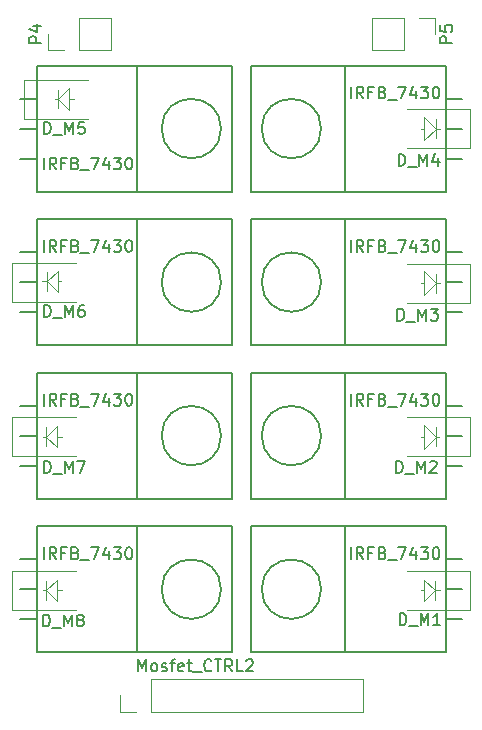
<source format=gbr>
G04 #@! TF.FileFunction,Legend,Top*
%FSLAX46Y46*%
G04 Gerber Fmt 4.6, Leading zero omitted, Abs format (unit mm)*
G04 Created by KiCad (PCBNEW 4.0.4-stable) date 08/22/17 11:56:14*
%MOMM*%
%LPD*%
G01*
G04 APERTURE LIST*
%ADD10C,0.100000*%
%ADD11C,0.150000*%
%ADD12C,0.120000*%
G04 APERTURE END LIST*
D10*
X171400000Y-119100000D02*
X171800000Y-119100000D01*
X170500000Y-119100000D02*
X170200000Y-119100000D01*
X138500000Y-118300000D02*
X138500000Y-119900000D01*
X138500000Y-105300000D02*
X138500000Y-106900000D01*
X171500000Y-79200000D02*
X171500000Y-80800000D01*
X170500000Y-80000000D02*
X170200000Y-80000000D01*
X171500000Y-80000000D02*
X171800000Y-80000000D01*
X170500000Y-81000000D02*
X171500000Y-80000000D01*
X170500000Y-79000000D02*
X170500000Y-81000000D01*
X171500000Y-80000000D02*
X170500000Y-79000000D01*
X171500000Y-92300000D02*
X171500000Y-93900000D01*
X170500000Y-93100000D02*
X170200000Y-93100000D01*
X171500000Y-93100000D02*
X171800000Y-93100000D01*
X170500000Y-94100000D02*
X171500000Y-93100000D01*
X170500000Y-92100000D02*
X170500000Y-94100000D01*
X171500000Y-93100000D02*
X170500000Y-92100000D01*
X171500000Y-106100000D02*
X171500000Y-106900000D01*
X171500000Y-105300000D02*
X171500000Y-106100000D01*
X171500000Y-106100000D02*
X171500000Y-105300000D01*
X170500000Y-106100000D02*
X170200000Y-106100000D01*
X171500000Y-106100000D02*
X171700000Y-106100000D01*
X170500000Y-107100000D02*
X171500000Y-106100000D01*
X170500000Y-105100000D02*
X170500000Y-107100000D01*
X171500000Y-106100000D02*
X170500000Y-105100000D01*
X171400000Y-119900000D02*
X171400000Y-118300000D01*
X172300000Y-119600000D02*
X172300000Y-119200000D01*
X172300000Y-120800000D02*
X172300000Y-119600000D01*
X172300000Y-120500000D02*
X172300000Y-120800000D01*
X170500000Y-118200000D02*
X171400000Y-119100000D01*
X170500000Y-120000000D02*
X170500000Y-118200000D01*
X171400000Y-119100000D02*
X170500000Y-120000000D01*
X139500000Y-77500000D02*
X139500000Y-78300000D01*
X139500000Y-77500000D02*
X139500000Y-76700000D01*
X140400000Y-77500000D02*
X140800000Y-77500000D01*
X139500000Y-77500000D02*
X139200000Y-77500000D01*
X140400000Y-78400000D02*
X139500000Y-77500000D01*
X140400000Y-76600000D02*
X140400000Y-78400000D01*
X139500000Y-77500000D02*
X140400000Y-76600000D01*
X139800000Y-119100000D02*
X139400000Y-119100000D01*
X138500000Y-119100000D02*
X138200000Y-119100000D01*
X139400000Y-120000000D02*
X138500000Y-119100000D01*
X139400000Y-118200000D02*
X139400000Y-120000000D01*
X138500000Y-119100000D02*
X139400000Y-118200000D01*
X139400000Y-106100000D02*
X139800000Y-106100000D01*
X138500000Y-106100000D02*
X138200000Y-106100000D01*
X139400000Y-107000000D02*
X138500000Y-106100000D01*
X139400000Y-105200000D02*
X139400000Y-107000000D01*
X138500000Y-106100000D02*
X139400000Y-105200000D01*
X138550000Y-92150000D02*
X138550000Y-93750000D01*
X138550000Y-93750000D02*
X138550000Y-92950000D01*
X138550000Y-92950000D02*
X139450000Y-92050000D01*
X139450000Y-92050000D02*
X139450000Y-93750000D01*
X138550000Y-92950000D02*
X139450000Y-93850000D01*
X139450000Y-93850000D02*
X139450000Y-93750000D01*
X138550000Y-92950000D02*
X138350000Y-92950000D01*
X138350000Y-92950000D02*
X138150000Y-92950000D01*
X139450000Y-92950000D02*
X139750000Y-92950000D01*
X139450000Y-92950000D02*
X139750000Y-92950000D01*
X138350000Y-92950000D02*
X138150000Y-92950000D01*
X138550000Y-92950000D02*
X138350000Y-92950000D01*
X139450000Y-93850000D02*
X139450000Y-93750000D01*
X138550000Y-92950000D02*
X139450000Y-93850000D01*
X139450000Y-92050000D02*
X139450000Y-93750000D01*
X138550000Y-92950000D02*
X139450000Y-92050000D01*
X138550000Y-93750000D02*
X138550000Y-92950000D01*
X138550000Y-92150000D02*
X138550000Y-93750000D01*
D11*
X172317000Y-82540000D02*
X173714000Y-82540000D01*
X172317000Y-80000000D02*
X173714000Y-80000000D01*
X172317000Y-77460000D02*
X173714000Y-77460000D01*
X161750472Y-80000000D02*
G75*
G03X161750472Y-80000000I-2514472J0D01*
G01*
X163808000Y-74666000D02*
X155807000Y-74666000D01*
X155807000Y-74666000D02*
X155807000Y-85334000D01*
X155807000Y-85334000D02*
X163808000Y-85334000D01*
X172317000Y-74666000D02*
X163808000Y-74666000D01*
X163808000Y-74666000D02*
X163808000Y-85334000D01*
X163808000Y-85334000D02*
X172317000Y-85334000D01*
X172317000Y-80000000D02*
X172317000Y-85334000D01*
X172317000Y-80000000D02*
X172317000Y-74666000D01*
X137683000Y-77460000D02*
X136286000Y-77460000D01*
X137683000Y-80000000D02*
X136286000Y-80000000D01*
X137683000Y-82540000D02*
X136286000Y-82540000D01*
X153278472Y-80000000D02*
G75*
G03X153278472Y-80000000I-2514472J0D01*
G01*
X146192000Y-85334000D02*
X154193000Y-85334000D01*
X154193000Y-85334000D02*
X154193000Y-74666000D01*
X154193000Y-74666000D02*
X146192000Y-74666000D01*
X137683000Y-85334000D02*
X146192000Y-85334000D01*
X146192000Y-85334000D02*
X146192000Y-74666000D01*
X146192000Y-74666000D02*
X137683000Y-74666000D01*
X137683000Y-80000000D02*
X137683000Y-74666000D01*
X137683000Y-80000000D02*
X137683000Y-85334000D01*
D12*
X141270000Y-73390000D02*
X143930000Y-73390000D01*
X143930000Y-73390000D02*
X143930000Y-70610000D01*
X143930000Y-70610000D02*
X141270000Y-70610000D01*
X141270000Y-70610000D02*
X141270000Y-73390000D01*
X140000000Y-73390000D02*
X138610000Y-73390000D01*
X138610000Y-73390000D02*
X138610000Y-72000000D01*
X168730000Y-70610000D02*
X166070000Y-70610000D01*
X166070000Y-70610000D02*
X166070000Y-73390000D01*
X166070000Y-73390000D02*
X168730000Y-73390000D01*
X168730000Y-73390000D02*
X168730000Y-70610000D01*
X170000000Y-70610000D02*
X171390000Y-70610000D01*
X171390000Y-70610000D02*
X171390000Y-72000000D01*
D11*
X172317000Y-121540000D02*
X173714000Y-121540000D01*
X172317000Y-119000000D02*
X173714000Y-119000000D01*
X172317000Y-116460000D02*
X173714000Y-116460000D01*
X161750472Y-119000000D02*
G75*
G03X161750472Y-119000000I-2514472J0D01*
G01*
X163808000Y-113666000D02*
X155807000Y-113666000D01*
X155807000Y-113666000D02*
X155807000Y-124334000D01*
X155807000Y-124334000D02*
X163808000Y-124334000D01*
X172317000Y-113666000D02*
X163808000Y-113666000D01*
X163808000Y-113666000D02*
X163808000Y-124334000D01*
X163808000Y-124334000D02*
X172317000Y-124334000D01*
X172317000Y-119000000D02*
X172317000Y-124334000D01*
X172317000Y-119000000D02*
X172317000Y-113666000D01*
X172317000Y-108540000D02*
X173714000Y-108540000D01*
X172317000Y-106000000D02*
X173714000Y-106000000D01*
X172317000Y-103460000D02*
X173714000Y-103460000D01*
X161750472Y-106000000D02*
G75*
G03X161750472Y-106000000I-2514472J0D01*
G01*
X163808000Y-100666000D02*
X155807000Y-100666000D01*
X155807000Y-100666000D02*
X155807000Y-111334000D01*
X155807000Y-111334000D02*
X163808000Y-111334000D01*
X172317000Y-100666000D02*
X163808000Y-100666000D01*
X163808000Y-100666000D02*
X163808000Y-111334000D01*
X163808000Y-111334000D02*
X172317000Y-111334000D01*
X172317000Y-106000000D02*
X172317000Y-111334000D01*
X172317000Y-106000000D02*
X172317000Y-100666000D01*
X172317000Y-95540000D02*
X173714000Y-95540000D01*
X172317000Y-93000000D02*
X173714000Y-93000000D01*
X172317000Y-90460000D02*
X173714000Y-90460000D01*
X161750472Y-93000000D02*
G75*
G03X161750472Y-93000000I-2514472J0D01*
G01*
X163808000Y-87666000D02*
X155807000Y-87666000D01*
X155807000Y-87666000D02*
X155807000Y-98334000D01*
X155807000Y-98334000D02*
X163808000Y-98334000D01*
X172317000Y-87666000D02*
X163808000Y-87666000D01*
X163808000Y-87666000D02*
X163808000Y-98334000D01*
X163808000Y-98334000D02*
X172317000Y-98334000D01*
X172317000Y-93000000D02*
X172317000Y-98334000D01*
X172317000Y-93000000D02*
X172317000Y-87666000D01*
X137683000Y-90460000D02*
X136286000Y-90460000D01*
X137683000Y-93000000D02*
X136286000Y-93000000D01*
X137683000Y-95540000D02*
X136286000Y-95540000D01*
X153278472Y-93000000D02*
G75*
G03X153278472Y-93000000I-2514472J0D01*
G01*
X146192000Y-98334000D02*
X154193000Y-98334000D01*
X154193000Y-98334000D02*
X154193000Y-87666000D01*
X154193000Y-87666000D02*
X146192000Y-87666000D01*
X137683000Y-98334000D02*
X146192000Y-98334000D01*
X146192000Y-98334000D02*
X146192000Y-87666000D01*
X146192000Y-87666000D02*
X137683000Y-87666000D01*
X137683000Y-93000000D02*
X137683000Y-87666000D01*
X137683000Y-93000000D02*
X137683000Y-98334000D01*
X137683000Y-103460000D02*
X136286000Y-103460000D01*
X137683000Y-106000000D02*
X136286000Y-106000000D01*
X137683000Y-108540000D02*
X136286000Y-108540000D01*
X153278472Y-106000000D02*
G75*
G03X153278472Y-106000000I-2514472J0D01*
G01*
X146192000Y-111334000D02*
X154193000Y-111334000D01*
X154193000Y-111334000D02*
X154193000Y-100666000D01*
X154193000Y-100666000D02*
X146192000Y-100666000D01*
X137683000Y-111334000D02*
X146192000Y-111334000D01*
X146192000Y-111334000D02*
X146192000Y-100666000D01*
X146192000Y-100666000D02*
X137683000Y-100666000D01*
X137683000Y-106000000D02*
X137683000Y-100666000D01*
X137683000Y-106000000D02*
X137683000Y-111334000D01*
X137683000Y-116460000D02*
X136286000Y-116460000D01*
X137683000Y-119000000D02*
X136286000Y-119000000D01*
X137683000Y-121540000D02*
X136286000Y-121540000D01*
X153278472Y-119000000D02*
G75*
G03X153278472Y-119000000I-2514472J0D01*
G01*
X146192000Y-124334000D02*
X154193000Y-124334000D01*
X154193000Y-124334000D02*
X154193000Y-113666000D01*
X154193000Y-113666000D02*
X146192000Y-113666000D01*
X137683000Y-124334000D02*
X146192000Y-124334000D01*
X146192000Y-124334000D02*
X146192000Y-113666000D01*
X146192000Y-113666000D02*
X137683000Y-113666000D01*
X137683000Y-119000000D02*
X137683000Y-113666000D01*
X137683000Y-119000000D02*
X137683000Y-124334000D01*
D12*
X147370000Y-129390000D02*
X165270000Y-129390000D01*
X165270000Y-129390000D02*
X165270000Y-126610000D01*
X165270000Y-126610000D02*
X147370000Y-126610000D01*
X147370000Y-126610000D02*
X147370000Y-129390000D01*
X146100000Y-129390000D02*
X144710000Y-129390000D01*
X144710000Y-129390000D02*
X144710000Y-128000000D01*
X174400000Y-120750000D02*
X174400000Y-117450000D01*
X174400000Y-117450000D02*
X169000000Y-117450000D01*
X174400000Y-120750000D02*
X169000000Y-120750000D01*
X174400000Y-107750000D02*
X174400000Y-104450000D01*
X174400000Y-104450000D02*
X169000000Y-104450000D01*
X174400000Y-107750000D02*
X169000000Y-107750000D01*
X174400000Y-94750000D02*
X174400000Y-91450000D01*
X174400000Y-91450000D02*
X169000000Y-91450000D01*
X174400000Y-94750000D02*
X169000000Y-94750000D01*
X174400000Y-81650000D02*
X174400000Y-78350000D01*
X174400000Y-78350000D02*
X169000000Y-78350000D01*
X174400000Y-81650000D02*
X169000000Y-81650000D01*
X136600000Y-75850000D02*
X136600000Y-79150000D01*
X136600000Y-79150000D02*
X142000000Y-79150000D01*
X136600000Y-75850000D02*
X142000000Y-75850000D01*
X135600000Y-91350000D02*
X135600000Y-94650000D01*
X135600000Y-94650000D02*
X141000000Y-94650000D01*
X135600000Y-91350000D02*
X141000000Y-91350000D01*
X135600000Y-104450000D02*
X135600000Y-107750000D01*
X135600000Y-107750000D02*
X141000000Y-107750000D01*
X135600000Y-104450000D02*
X141000000Y-104450000D01*
X135600000Y-117450000D02*
X135600000Y-120750000D01*
X135600000Y-120750000D02*
X141000000Y-120750000D01*
X135600000Y-117450000D02*
X141000000Y-117450000D01*
D11*
X164285714Y-77452381D02*
X164285714Y-76452381D01*
X165333333Y-77452381D02*
X164999999Y-76976190D01*
X164761904Y-77452381D02*
X164761904Y-76452381D01*
X165142857Y-76452381D01*
X165238095Y-76500000D01*
X165285714Y-76547619D01*
X165333333Y-76642857D01*
X165333333Y-76785714D01*
X165285714Y-76880952D01*
X165238095Y-76928571D01*
X165142857Y-76976190D01*
X164761904Y-76976190D01*
X166095238Y-76928571D02*
X165761904Y-76928571D01*
X165761904Y-77452381D02*
X165761904Y-76452381D01*
X166238095Y-76452381D01*
X166952381Y-76928571D02*
X167095238Y-76976190D01*
X167142857Y-77023810D01*
X167190476Y-77119048D01*
X167190476Y-77261905D01*
X167142857Y-77357143D01*
X167095238Y-77404762D01*
X167000000Y-77452381D01*
X166619047Y-77452381D01*
X166619047Y-76452381D01*
X166952381Y-76452381D01*
X167047619Y-76500000D01*
X167095238Y-76547619D01*
X167142857Y-76642857D01*
X167142857Y-76738095D01*
X167095238Y-76833333D01*
X167047619Y-76880952D01*
X166952381Y-76928571D01*
X166619047Y-76928571D01*
X167380952Y-77547619D02*
X168142857Y-77547619D01*
X168285714Y-76452381D02*
X168952381Y-76452381D01*
X168523809Y-77452381D01*
X169761905Y-76785714D02*
X169761905Y-77452381D01*
X169523809Y-76404762D02*
X169285714Y-77119048D01*
X169904762Y-77119048D01*
X170190476Y-76452381D02*
X170809524Y-76452381D01*
X170476190Y-76833333D01*
X170619048Y-76833333D01*
X170714286Y-76880952D01*
X170761905Y-76928571D01*
X170809524Y-77023810D01*
X170809524Y-77261905D01*
X170761905Y-77357143D01*
X170714286Y-77404762D01*
X170619048Y-77452381D01*
X170333333Y-77452381D01*
X170238095Y-77404762D01*
X170190476Y-77357143D01*
X171428571Y-76452381D02*
X171523810Y-76452381D01*
X171619048Y-76500000D01*
X171666667Y-76547619D01*
X171714286Y-76642857D01*
X171761905Y-76833333D01*
X171761905Y-77071429D01*
X171714286Y-77261905D01*
X171666667Y-77357143D01*
X171619048Y-77404762D01*
X171523810Y-77452381D01*
X171428571Y-77452381D01*
X171333333Y-77404762D01*
X171285714Y-77357143D01*
X171238095Y-77261905D01*
X171190476Y-77071429D01*
X171190476Y-76833333D01*
X171238095Y-76642857D01*
X171285714Y-76547619D01*
X171333333Y-76500000D01*
X171428571Y-76452381D01*
X138285714Y-83452381D02*
X138285714Y-82452381D01*
X139333333Y-83452381D02*
X138999999Y-82976190D01*
X138761904Y-83452381D02*
X138761904Y-82452381D01*
X139142857Y-82452381D01*
X139238095Y-82500000D01*
X139285714Y-82547619D01*
X139333333Y-82642857D01*
X139333333Y-82785714D01*
X139285714Y-82880952D01*
X139238095Y-82928571D01*
X139142857Y-82976190D01*
X138761904Y-82976190D01*
X140095238Y-82928571D02*
X139761904Y-82928571D01*
X139761904Y-83452381D02*
X139761904Y-82452381D01*
X140238095Y-82452381D01*
X140952381Y-82928571D02*
X141095238Y-82976190D01*
X141142857Y-83023810D01*
X141190476Y-83119048D01*
X141190476Y-83261905D01*
X141142857Y-83357143D01*
X141095238Y-83404762D01*
X141000000Y-83452381D01*
X140619047Y-83452381D01*
X140619047Y-82452381D01*
X140952381Y-82452381D01*
X141047619Y-82500000D01*
X141095238Y-82547619D01*
X141142857Y-82642857D01*
X141142857Y-82738095D01*
X141095238Y-82833333D01*
X141047619Y-82880952D01*
X140952381Y-82928571D01*
X140619047Y-82928571D01*
X141380952Y-83547619D02*
X142142857Y-83547619D01*
X142285714Y-82452381D02*
X142952381Y-82452381D01*
X142523809Y-83452381D01*
X143761905Y-82785714D02*
X143761905Y-83452381D01*
X143523809Y-82404762D02*
X143285714Y-83119048D01*
X143904762Y-83119048D01*
X144190476Y-82452381D02*
X144809524Y-82452381D01*
X144476190Y-82833333D01*
X144619048Y-82833333D01*
X144714286Y-82880952D01*
X144761905Y-82928571D01*
X144809524Y-83023810D01*
X144809524Y-83261905D01*
X144761905Y-83357143D01*
X144714286Y-83404762D01*
X144619048Y-83452381D01*
X144333333Y-83452381D01*
X144238095Y-83404762D01*
X144190476Y-83357143D01*
X145428571Y-82452381D02*
X145523810Y-82452381D01*
X145619048Y-82500000D01*
X145666667Y-82547619D01*
X145714286Y-82642857D01*
X145761905Y-82833333D01*
X145761905Y-83071429D01*
X145714286Y-83261905D01*
X145666667Y-83357143D01*
X145619048Y-83404762D01*
X145523810Y-83452381D01*
X145428571Y-83452381D01*
X145333333Y-83404762D01*
X145285714Y-83357143D01*
X145238095Y-83261905D01*
X145190476Y-83071429D01*
X145190476Y-82833333D01*
X145238095Y-82642857D01*
X145285714Y-82547619D01*
X145333333Y-82500000D01*
X145428571Y-82452381D01*
X138062381Y-72738095D02*
X137062381Y-72738095D01*
X137062381Y-72357142D01*
X137110000Y-72261904D01*
X137157619Y-72214285D01*
X137252857Y-72166666D01*
X137395714Y-72166666D01*
X137490952Y-72214285D01*
X137538571Y-72261904D01*
X137586190Y-72357142D01*
X137586190Y-72738095D01*
X137395714Y-71309523D02*
X138062381Y-71309523D01*
X137014762Y-71547619D02*
X137729048Y-71785714D01*
X137729048Y-71166666D01*
X172842381Y-72738095D02*
X171842381Y-72738095D01*
X171842381Y-72357142D01*
X171890000Y-72261904D01*
X171937619Y-72214285D01*
X172032857Y-72166666D01*
X172175714Y-72166666D01*
X172270952Y-72214285D01*
X172318571Y-72261904D01*
X172366190Y-72357142D01*
X172366190Y-72738095D01*
X171842381Y-71261904D02*
X171842381Y-71738095D01*
X172318571Y-71785714D01*
X172270952Y-71738095D01*
X172223333Y-71642857D01*
X172223333Y-71404761D01*
X172270952Y-71309523D01*
X172318571Y-71261904D01*
X172413810Y-71214285D01*
X172651905Y-71214285D01*
X172747143Y-71261904D01*
X172794762Y-71309523D01*
X172842381Y-71404761D01*
X172842381Y-71642857D01*
X172794762Y-71738095D01*
X172747143Y-71785714D01*
X164285714Y-116452381D02*
X164285714Y-115452381D01*
X165333333Y-116452381D02*
X164999999Y-115976190D01*
X164761904Y-116452381D02*
X164761904Y-115452381D01*
X165142857Y-115452381D01*
X165238095Y-115500000D01*
X165285714Y-115547619D01*
X165333333Y-115642857D01*
X165333333Y-115785714D01*
X165285714Y-115880952D01*
X165238095Y-115928571D01*
X165142857Y-115976190D01*
X164761904Y-115976190D01*
X166095238Y-115928571D02*
X165761904Y-115928571D01*
X165761904Y-116452381D02*
X165761904Y-115452381D01*
X166238095Y-115452381D01*
X166952381Y-115928571D02*
X167095238Y-115976190D01*
X167142857Y-116023810D01*
X167190476Y-116119048D01*
X167190476Y-116261905D01*
X167142857Y-116357143D01*
X167095238Y-116404762D01*
X167000000Y-116452381D01*
X166619047Y-116452381D01*
X166619047Y-115452381D01*
X166952381Y-115452381D01*
X167047619Y-115500000D01*
X167095238Y-115547619D01*
X167142857Y-115642857D01*
X167142857Y-115738095D01*
X167095238Y-115833333D01*
X167047619Y-115880952D01*
X166952381Y-115928571D01*
X166619047Y-115928571D01*
X167380952Y-116547619D02*
X168142857Y-116547619D01*
X168285714Y-115452381D02*
X168952381Y-115452381D01*
X168523809Y-116452381D01*
X169761905Y-115785714D02*
X169761905Y-116452381D01*
X169523809Y-115404762D02*
X169285714Y-116119048D01*
X169904762Y-116119048D01*
X170190476Y-115452381D02*
X170809524Y-115452381D01*
X170476190Y-115833333D01*
X170619048Y-115833333D01*
X170714286Y-115880952D01*
X170761905Y-115928571D01*
X170809524Y-116023810D01*
X170809524Y-116261905D01*
X170761905Y-116357143D01*
X170714286Y-116404762D01*
X170619048Y-116452381D01*
X170333333Y-116452381D01*
X170238095Y-116404762D01*
X170190476Y-116357143D01*
X171428571Y-115452381D02*
X171523810Y-115452381D01*
X171619048Y-115500000D01*
X171666667Y-115547619D01*
X171714286Y-115642857D01*
X171761905Y-115833333D01*
X171761905Y-116071429D01*
X171714286Y-116261905D01*
X171666667Y-116357143D01*
X171619048Y-116404762D01*
X171523810Y-116452381D01*
X171428571Y-116452381D01*
X171333333Y-116404762D01*
X171285714Y-116357143D01*
X171238095Y-116261905D01*
X171190476Y-116071429D01*
X171190476Y-115833333D01*
X171238095Y-115642857D01*
X171285714Y-115547619D01*
X171333333Y-115500000D01*
X171428571Y-115452381D01*
X164285714Y-103452381D02*
X164285714Y-102452381D01*
X165333333Y-103452381D02*
X164999999Y-102976190D01*
X164761904Y-103452381D02*
X164761904Y-102452381D01*
X165142857Y-102452381D01*
X165238095Y-102500000D01*
X165285714Y-102547619D01*
X165333333Y-102642857D01*
X165333333Y-102785714D01*
X165285714Y-102880952D01*
X165238095Y-102928571D01*
X165142857Y-102976190D01*
X164761904Y-102976190D01*
X166095238Y-102928571D02*
X165761904Y-102928571D01*
X165761904Y-103452381D02*
X165761904Y-102452381D01*
X166238095Y-102452381D01*
X166952381Y-102928571D02*
X167095238Y-102976190D01*
X167142857Y-103023810D01*
X167190476Y-103119048D01*
X167190476Y-103261905D01*
X167142857Y-103357143D01*
X167095238Y-103404762D01*
X167000000Y-103452381D01*
X166619047Y-103452381D01*
X166619047Y-102452381D01*
X166952381Y-102452381D01*
X167047619Y-102500000D01*
X167095238Y-102547619D01*
X167142857Y-102642857D01*
X167142857Y-102738095D01*
X167095238Y-102833333D01*
X167047619Y-102880952D01*
X166952381Y-102928571D01*
X166619047Y-102928571D01*
X167380952Y-103547619D02*
X168142857Y-103547619D01*
X168285714Y-102452381D02*
X168952381Y-102452381D01*
X168523809Y-103452381D01*
X169761905Y-102785714D02*
X169761905Y-103452381D01*
X169523809Y-102404762D02*
X169285714Y-103119048D01*
X169904762Y-103119048D01*
X170190476Y-102452381D02*
X170809524Y-102452381D01*
X170476190Y-102833333D01*
X170619048Y-102833333D01*
X170714286Y-102880952D01*
X170761905Y-102928571D01*
X170809524Y-103023810D01*
X170809524Y-103261905D01*
X170761905Y-103357143D01*
X170714286Y-103404762D01*
X170619048Y-103452381D01*
X170333333Y-103452381D01*
X170238095Y-103404762D01*
X170190476Y-103357143D01*
X171428571Y-102452381D02*
X171523810Y-102452381D01*
X171619048Y-102500000D01*
X171666667Y-102547619D01*
X171714286Y-102642857D01*
X171761905Y-102833333D01*
X171761905Y-103071429D01*
X171714286Y-103261905D01*
X171666667Y-103357143D01*
X171619048Y-103404762D01*
X171523810Y-103452381D01*
X171428571Y-103452381D01*
X171333333Y-103404762D01*
X171285714Y-103357143D01*
X171238095Y-103261905D01*
X171190476Y-103071429D01*
X171190476Y-102833333D01*
X171238095Y-102642857D01*
X171285714Y-102547619D01*
X171333333Y-102500000D01*
X171428571Y-102452381D01*
X164285714Y-90452381D02*
X164285714Y-89452381D01*
X165333333Y-90452381D02*
X164999999Y-89976190D01*
X164761904Y-90452381D02*
X164761904Y-89452381D01*
X165142857Y-89452381D01*
X165238095Y-89500000D01*
X165285714Y-89547619D01*
X165333333Y-89642857D01*
X165333333Y-89785714D01*
X165285714Y-89880952D01*
X165238095Y-89928571D01*
X165142857Y-89976190D01*
X164761904Y-89976190D01*
X166095238Y-89928571D02*
X165761904Y-89928571D01*
X165761904Y-90452381D02*
X165761904Y-89452381D01*
X166238095Y-89452381D01*
X166952381Y-89928571D02*
X167095238Y-89976190D01*
X167142857Y-90023810D01*
X167190476Y-90119048D01*
X167190476Y-90261905D01*
X167142857Y-90357143D01*
X167095238Y-90404762D01*
X167000000Y-90452381D01*
X166619047Y-90452381D01*
X166619047Y-89452381D01*
X166952381Y-89452381D01*
X167047619Y-89500000D01*
X167095238Y-89547619D01*
X167142857Y-89642857D01*
X167142857Y-89738095D01*
X167095238Y-89833333D01*
X167047619Y-89880952D01*
X166952381Y-89928571D01*
X166619047Y-89928571D01*
X167380952Y-90547619D02*
X168142857Y-90547619D01*
X168285714Y-89452381D02*
X168952381Y-89452381D01*
X168523809Y-90452381D01*
X169761905Y-89785714D02*
X169761905Y-90452381D01*
X169523809Y-89404762D02*
X169285714Y-90119048D01*
X169904762Y-90119048D01*
X170190476Y-89452381D02*
X170809524Y-89452381D01*
X170476190Y-89833333D01*
X170619048Y-89833333D01*
X170714286Y-89880952D01*
X170761905Y-89928571D01*
X170809524Y-90023810D01*
X170809524Y-90261905D01*
X170761905Y-90357143D01*
X170714286Y-90404762D01*
X170619048Y-90452381D01*
X170333333Y-90452381D01*
X170238095Y-90404762D01*
X170190476Y-90357143D01*
X171428571Y-89452381D02*
X171523810Y-89452381D01*
X171619048Y-89500000D01*
X171666667Y-89547619D01*
X171714286Y-89642857D01*
X171761905Y-89833333D01*
X171761905Y-90071429D01*
X171714286Y-90261905D01*
X171666667Y-90357143D01*
X171619048Y-90404762D01*
X171523810Y-90452381D01*
X171428571Y-90452381D01*
X171333333Y-90404762D01*
X171285714Y-90357143D01*
X171238095Y-90261905D01*
X171190476Y-90071429D01*
X171190476Y-89833333D01*
X171238095Y-89642857D01*
X171285714Y-89547619D01*
X171333333Y-89500000D01*
X171428571Y-89452381D01*
X138285714Y-90452381D02*
X138285714Y-89452381D01*
X139333333Y-90452381D02*
X138999999Y-89976190D01*
X138761904Y-90452381D02*
X138761904Y-89452381D01*
X139142857Y-89452381D01*
X139238095Y-89500000D01*
X139285714Y-89547619D01*
X139333333Y-89642857D01*
X139333333Y-89785714D01*
X139285714Y-89880952D01*
X139238095Y-89928571D01*
X139142857Y-89976190D01*
X138761904Y-89976190D01*
X140095238Y-89928571D02*
X139761904Y-89928571D01*
X139761904Y-90452381D02*
X139761904Y-89452381D01*
X140238095Y-89452381D01*
X140952381Y-89928571D02*
X141095238Y-89976190D01*
X141142857Y-90023810D01*
X141190476Y-90119048D01*
X141190476Y-90261905D01*
X141142857Y-90357143D01*
X141095238Y-90404762D01*
X141000000Y-90452381D01*
X140619047Y-90452381D01*
X140619047Y-89452381D01*
X140952381Y-89452381D01*
X141047619Y-89500000D01*
X141095238Y-89547619D01*
X141142857Y-89642857D01*
X141142857Y-89738095D01*
X141095238Y-89833333D01*
X141047619Y-89880952D01*
X140952381Y-89928571D01*
X140619047Y-89928571D01*
X141380952Y-90547619D02*
X142142857Y-90547619D01*
X142285714Y-89452381D02*
X142952381Y-89452381D01*
X142523809Y-90452381D01*
X143761905Y-89785714D02*
X143761905Y-90452381D01*
X143523809Y-89404762D02*
X143285714Y-90119048D01*
X143904762Y-90119048D01*
X144190476Y-89452381D02*
X144809524Y-89452381D01*
X144476190Y-89833333D01*
X144619048Y-89833333D01*
X144714286Y-89880952D01*
X144761905Y-89928571D01*
X144809524Y-90023810D01*
X144809524Y-90261905D01*
X144761905Y-90357143D01*
X144714286Y-90404762D01*
X144619048Y-90452381D01*
X144333333Y-90452381D01*
X144238095Y-90404762D01*
X144190476Y-90357143D01*
X145428571Y-89452381D02*
X145523810Y-89452381D01*
X145619048Y-89500000D01*
X145666667Y-89547619D01*
X145714286Y-89642857D01*
X145761905Y-89833333D01*
X145761905Y-90071429D01*
X145714286Y-90261905D01*
X145666667Y-90357143D01*
X145619048Y-90404762D01*
X145523810Y-90452381D01*
X145428571Y-90452381D01*
X145333333Y-90404762D01*
X145285714Y-90357143D01*
X145238095Y-90261905D01*
X145190476Y-90071429D01*
X145190476Y-89833333D01*
X145238095Y-89642857D01*
X145285714Y-89547619D01*
X145333333Y-89500000D01*
X145428571Y-89452381D01*
X138285714Y-103452381D02*
X138285714Y-102452381D01*
X139333333Y-103452381D02*
X138999999Y-102976190D01*
X138761904Y-103452381D02*
X138761904Y-102452381D01*
X139142857Y-102452381D01*
X139238095Y-102500000D01*
X139285714Y-102547619D01*
X139333333Y-102642857D01*
X139333333Y-102785714D01*
X139285714Y-102880952D01*
X139238095Y-102928571D01*
X139142857Y-102976190D01*
X138761904Y-102976190D01*
X140095238Y-102928571D02*
X139761904Y-102928571D01*
X139761904Y-103452381D02*
X139761904Y-102452381D01*
X140238095Y-102452381D01*
X140952381Y-102928571D02*
X141095238Y-102976190D01*
X141142857Y-103023810D01*
X141190476Y-103119048D01*
X141190476Y-103261905D01*
X141142857Y-103357143D01*
X141095238Y-103404762D01*
X141000000Y-103452381D01*
X140619047Y-103452381D01*
X140619047Y-102452381D01*
X140952381Y-102452381D01*
X141047619Y-102500000D01*
X141095238Y-102547619D01*
X141142857Y-102642857D01*
X141142857Y-102738095D01*
X141095238Y-102833333D01*
X141047619Y-102880952D01*
X140952381Y-102928571D01*
X140619047Y-102928571D01*
X141380952Y-103547619D02*
X142142857Y-103547619D01*
X142285714Y-102452381D02*
X142952381Y-102452381D01*
X142523809Y-103452381D01*
X143761905Y-102785714D02*
X143761905Y-103452381D01*
X143523809Y-102404762D02*
X143285714Y-103119048D01*
X143904762Y-103119048D01*
X144190476Y-102452381D02*
X144809524Y-102452381D01*
X144476190Y-102833333D01*
X144619048Y-102833333D01*
X144714286Y-102880952D01*
X144761905Y-102928571D01*
X144809524Y-103023810D01*
X144809524Y-103261905D01*
X144761905Y-103357143D01*
X144714286Y-103404762D01*
X144619048Y-103452381D01*
X144333333Y-103452381D01*
X144238095Y-103404762D01*
X144190476Y-103357143D01*
X145428571Y-102452381D02*
X145523810Y-102452381D01*
X145619048Y-102500000D01*
X145666667Y-102547619D01*
X145714286Y-102642857D01*
X145761905Y-102833333D01*
X145761905Y-103071429D01*
X145714286Y-103261905D01*
X145666667Y-103357143D01*
X145619048Y-103404762D01*
X145523810Y-103452381D01*
X145428571Y-103452381D01*
X145333333Y-103404762D01*
X145285714Y-103357143D01*
X145238095Y-103261905D01*
X145190476Y-103071429D01*
X145190476Y-102833333D01*
X145238095Y-102642857D01*
X145285714Y-102547619D01*
X145333333Y-102500000D01*
X145428571Y-102452381D01*
X138285714Y-116452381D02*
X138285714Y-115452381D01*
X139333333Y-116452381D02*
X138999999Y-115976190D01*
X138761904Y-116452381D02*
X138761904Y-115452381D01*
X139142857Y-115452381D01*
X139238095Y-115500000D01*
X139285714Y-115547619D01*
X139333333Y-115642857D01*
X139333333Y-115785714D01*
X139285714Y-115880952D01*
X139238095Y-115928571D01*
X139142857Y-115976190D01*
X138761904Y-115976190D01*
X140095238Y-115928571D02*
X139761904Y-115928571D01*
X139761904Y-116452381D02*
X139761904Y-115452381D01*
X140238095Y-115452381D01*
X140952381Y-115928571D02*
X141095238Y-115976190D01*
X141142857Y-116023810D01*
X141190476Y-116119048D01*
X141190476Y-116261905D01*
X141142857Y-116357143D01*
X141095238Y-116404762D01*
X141000000Y-116452381D01*
X140619047Y-116452381D01*
X140619047Y-115452381D01*
X140952381Y-115452381D01*
X141047619Y-115500000D01*
X141095238Y-115547619D01*
X141142857Y-115642857D01*
X141142857Y-115738095D01*
X141095238Y-115833333D01*
X141047619Y-115880952D01*
X140952381Y-115928571D01*
X140619047Y-115928571D01*
X141380952Y-116547619D02*
X142142857Y-116547619D01*
X142285714Y-115452381D02*
X142952381Y-115452381D01*
X142523809Y-116452381D01*
X143761905Y-115785714D02*
X143761905Y-116452381D01*
X143523809Y-115404762D02*
X143285714Y-116119048D01*
X143904762Y-116119048D01*
X144190476Y-115452381D02*
X144809524Y-115452381D01*
X144476190Y-115833333D01*
X144619048Y-115833333D01*
X144714286Y-115880952D01*
X144761905Y-115928571D01*
X144809524Y-116023810D01*
X144809524Y-116261905D01*
X144761905Y-116357143D01*
X144714286Y-116404762D01*
X144619048Y-116452381D01*
X144333333Y-116452381D01*
X144238095Y-116404762D01*
X144190476Y-116357143D01*
X145428571Y-115452381D02*
X145523810Y-115452381D01*
X145619048Y-115500000D01*
X145666667Y-115547619D01*
X145714286Y-115642857D01*
X145761905Y-115833333D01*
X145761905Y-116071429D01*
X145714286Y-116261905D01*
X145666667Y-116357143D01*
X145619048Y-116404762D01*
X145523810Y-116452381D01*
X145428571Y-116452381D01*
X145333333Y-116404762D01*
X145285714Y-116357143D01*
X145238095Y-116261905D01*
X145190476Y-116071429D01*
X145190476Y-115833333D01*
X145238095Y-115642857D01*
X145285714Y-115547619D01*
X145333333Y-115500000D01*
X145428571Y-115452381D01*
X146266666Y-125952381D02*
X146266666Y-124952381D01*
X146600000Y-125666667D01*
X146933333Y-124952381D01*
X146933333Y-125952381D01*
X147552380Y-125952381D02*
X147457142Y-125904762D01*
X147409523Y-125857143D01*
X147361904Y-125761905D01*
X147361904Y-125476190D01*
X147409523Y-125380952D01*
X147457142Y-125333333D01*
X147552380Y-125285714D01*
X147695238Y-125285714D01*
X147790476Y-125333333D01*
X147838095Y-125380952D01*
X147885714Y-125476190D01*
X147885714Y-125761905D01*
X147838095Y-125857143D01*
X147790476Y-125904762D01*
X147695238Y-125952381D01*
X147552380Y-125952381D01*
X148266666Y-125904762D02*
X148361904Y-125952381D01*
X148552380Y-125952381D01*
X148647619Y-125904762D01*
X148695238Y-125809524D01*
X148695238Y-125761905D01*
X148647619Y-125666667D01*
X148552380Y-125619048D01*
X148409523Y-125619048D01*
X148314285Y-125571429D01*
X148266666Y-125476190D01*
X148266666Y-125428571D01*
X148314285Y-125333333D01*
X148409523Y-125285714D01*
X148552380Y-125285714D01*
X148647619Y-125333333D01*
X148980952Y-125285714D02*
X149361904Y-125285714D01*
X149123809Y-125952381D02*
X149123809Y-125095238D01*
X149171428Y-125000000D01*
X149266666Y-124952381D01*
X149361904Y-124952381D01*
X150076191Y-125904762D02*
X149980953Y-125952381D01*
X149790476Y-125952381D01*
X149695238Y-125904762D01*
X149647619Y-125809524D01*
X149647619Y-125428571D01*
X149695238Y-125333333D01*
X149790476Y-125285714D01*
X149980953Y-125285714D01*
X150076191Y-125333333D01*
X150123810Y-125428571D01*
X150123810Y-125523810D01*
X149647619Y-125619048D01*
X150409524Y-125285714D02*
X150790476Y-125285714D01*
X150552381Y-124952381D02*
X150552381Y-125809524D01*
X150600000Y-125904762D01*
X150695238Y-125952381D01*
X150790476Y-125952381D01*
X150885715Y-126047619D02*
X151647620Y-126047619D01*
X152457144Y-125857143D02*
X152409525Y-125904762D01*
X152266668Y-125952381D01*
X152171430Y-125952381D01*
X152028572Y-125904762D01*
X151933334Y-125809524D01*
X151885715Y-125714286D01*
X151838096Y-125523810D01*
X151838096Y-125380952D01*
X151885715Y-125190476D01*
X151933334Y-125095238D01*
X152028572Y-125000000D01*
X152171430Y-124952381D01*
X152266668Y-124952381D01*
X152409525Y-125000000D01*
X152457144Y-125047619D01*
X152742858Y-124952381D02*
X153314287Y-124952381D01*
X153028572Y-125952381D02*
X153028572Y-124952381D01*
X154219049Y-125952381D02*
X153885715Y-125476190D01*
X153647620Y-125952381D02*
X153647620Y-124952381D01*
X154028573Y-124952381D01*
X154123811Y-125000000D01*
X154171430Y-125047619D01*
X154219049Y-125142857D01*
X154219049Y-125285714D01*
X154171430Y-125380952D01*
X154123811Y-125428571D01*
X154028573Y-125476190D01*
X153647620Y-125476190D01*
X155123811Y-125952381D02*
X154647620Y-125952381D01*
X154647620Y-124952381D01*
X155409525Y-125047619D02*
X155457144Y-125000000D01*
X155552382Y-124952381D01*
X155790478Y-124952381D01*
X155885716Y-125000000D01*
X155933335Y-125047619D01*
X155980954Y-125142857D01*
X155980954Y-125238095D01*
X155933335Y-125380952D01*
X155361906Y-125952381D01*
X155980954Y-125952381D01*
X168409524Y-122052381D02*
X168409524Y-121052381D01*
X168647619Y-121052381D01*
X168790477Y-121100000D01*
X168885715Y-121195238D01*
X168933334Y-121290476D01*
X168980953Y-121480952D01*
X168980953Y-121623810D01*
X168933334Y-121814286D01*
X168885715Y-121909524D01*
X168790477Y-122004762D01*
X168647619Y-122052381D01*
X168409524Y-122052381D01*
X169171429Y-122147619D02*
X169933334Y-122147619D01*
X170171429Y-122052381D02*
X170171429Y-121052381D01*
X170504763Y-121766667D01*
X170838096Y-121052381D01*
X170838096Y-122052381D01*
X171838096Y-122052381D02*
X171266667Y-122052381D01*
X171552381Y-122052381D02*
X171552381Y-121052381D01*
X171457143Y-121195238D01*
X171361905Y-121290476D01*
X171266667Y-121338095D01*
X168109524Y-109152381D02*
X168109524Y-108152381D01*
X168347619Y-108152381D01*
X168490477Y-108200000D01*
X168585715Y-108295238D01*
X168633334Y-108390476D01*
X168680953Y-108580952D01*
X168680953Y-108723810D01*
X168633334Y-108914286D01*
X168585715Y-109009524D01*
X168490477Y-109104762D01*
X168347619Y-109152381D01*
X168109524Y-109152381D01*
X168871429Y-109247619D02*
X169633334Y-109247619D01*
X169871429Y-109152381D02*
X169871429Y-108152381D01*
X170204763Y-108866667D01*
X170538096Y-108152381D01*
X170538096Y-109152381D01*
X170966667Y-108247619D02*
X171014286Y-108200000D01*
X171109524Y-108152381D01*
X171347620Y-108152381D01*
X171442858Y-108200000D01*
X171490477Y-108247619D01*
X171538096Y-108342857D01*
X171538096Y-108438095D01*
X171490477Y-108580952D01*
X170919048Y-109152381D01*
X171538096Y-109152381D01*
X168209524Y-96252381D02*
X168209524Y-95252381D01*
X168447619Y-95252381D01*
X168590477Y-95300000D01*
X168685715Y-95395238D01*
X168733334Y-95490476D01*
X168780953Y-95680952D01*
X168780953Y-95823810D01*
X168733334Y-96014286D01*
X168685715Y-96109524D01*
X168590477Y-96204762D01*
X168447619Y-96252381D01*
X168209524Y-96252381D01*
X168971429Y-96347619D02*
X169733334Y-96347619D01*
X169971429Y-96252381D02*
X169971429Y-95252381D01*
X170304763Y-95966667D01*
X170638096Y-95252381D01*
X170638096Y-96252381D01*
X171019048Y-95252381D02*
X171638096Y-95252381D01*
X171304762Y-95633333D01*
X171447620Y-95633333D01*
X171542858Y-95680952D01*
X171590477Y-95728571D01*
X171638096Y-95823810D01*
X171638096Y-96061905D01*
X171590477Y-96157143D01*
X171542858Y-96204762D01*
X171447620Y-96252381D01*
X171161905Y-96252381D01*
X171066667Y-96204762D01*
X171019048Y-96157143D01*
X168309524Y-83152381D02*
X168309524Y-82152381D01*
X168547619Y-82152381D01*
X168690477Y-82200000D01*
X168785715Y-82295238D01*
X168833334Y-82390476D01*
X168880953Y-82580952D01*
X168880953Y-82723810D01*
X168833334Y-82914286D01*
X168785715Y-83009524D01*
X168690477Y-83104762D01*
X168547619Y-83152381D01*
X168309524Y-83152381D01*
X169071429Y-83247619D02*
X169833334Y-83247619D01*
X170071429Y-83152381D02*
X170071429Y-82152381D01*
X170404763Y-82866667D01*
X170738096Y-82152381D01*
X170738096Y-83152381D01*
X171642858Y-82485714D02*
X171642858Y-83152381D01*
X171404762Y-82104762D02*
X171166667Y-82819048D01*
X171785715Y-82819048D01*
X138309524Y-80452381D02*
X138309524Y-79452381D01*
X138547619Y-79452381D01*
X138690477Y-79500000D01*
X138785715Y-79595238D01*
X138833334Y-79690476D01*
X138880953Y-79880952D01*
X138880953Y-80023810D01*
X138833334Y-80214286D01*
X138785715Y-80309524D01*
X138690477Y-80404762D01*
X138547619Y-80452381D01*
X138309524Y-80452381D01*
X139071429Y-80547619D02*
X139833334Y-80547619D01*
X140071429Y-80452381D02*
X140071429Y-79452381D01*
X140404763Y-80166667D01*
X140738096Y-79452381D01*
X140738096Y-80452381D01*
X141690477Y-79452381D02*
X141214286Y-79452381D01*
X141166667Y-79928571D01*
X141214286Y-79880952D01*
X141309524Y-79833333D01*
X141547620Y-79833333D01*
X141642858Y-79880952D01*
X141690477Y-79928571D01*
X141738096Y-80023810D01*
X141738096Y-80261905D01*
X141690477Y-80357143D01*
X141642858Y-80404762D01*
X141547620Y-80452381D01*
X141309524Y-80452381D01*
X141214286Y-80404762D01*
X141166667Y-80357143D01*
X138309524Y-95952381D02*
X138309524Y-94952381D01*
X138547619Y-94952381D01*
X138690477Y-95000000D01*
X138785715Y-95095238D01*
X138833334Y-95190476D01*
X138880953Y-95380952D01*
X138880953Y-95523810D01*
X138833334Y-95714286D01*
X138785715Y-95809524D01*
X138690477Y-95904762D01*
X138547619Y-95952381D01*
X138309524Y-95952381D01*
X139071429Y-96047619D02*
X139833334Y-96047619D01*
X140071429Y-95952381D02*
X140071429Y-94952381D01*
X140404763Y-95666667D01*
X140738096Y-94952381D01*
X140738096Y-95952381D01*
X141642858Y-94952381D02*
X141452381Y-94952381D01*
X141357143Y-95000000D01*
X141309524Y-95047619D01*
X141214286Y-95190476D01*
X141166667Y-95380952D01*
X141166667Y-95761905D01*
X141214286Y-95857143D01*
X141261905Y-95904762D01*
X141357143Y-95952381D01*
X141547620Y-95952381D01*
X141642858Y-95904762D01*
X141690477Y-95857143D01*
X141738096Y-95761905D01*
X141738096Y-95523810D01*
X141690477Y-95428571D01*
X141642858Y-95380952D01*
X141547620Y-95333333D01*
X141357143Y-95333333D01*
X141261905Y-95380952D01*
X141214286Y-95428571D01*
X141166667Y-95523810D01*
X138309524Y-109152381D02*
X138309524Y-108152381D01*
X138547619Y-108152381D01*
X138690477Y-108200000D01*
X138785715Y-108295238D01*
X138833334Y-108390476D01*
X138880953Y-108580952D01*
X138880953Y-108723810D01*
X138833334Y-108914286D01*
X138785715Y-109009524D01*
X138690477Y-109104762D01*
X138547619Y-109152381D01*
X138309524Y-109152381D01*
X139071429Y-109247619D02*
X139833334Y-109247619D01*
X140071429Y-109152381D02*
X140071429Y-108152381D01*
X140404763Y-108866667D01*
X140738096Y-108152381D01*
X140738096Y-109152381D01*
X141119048Y-108152381D02*
X141785715Y-108152381D01*
X141357143Y-109152381D01*
X138209524Y-122152381D02*
X138209524Y-121152381D01*
X138447619Y-121152381D01*
X138590477Y-121200000D01*
X138685715Y-121295238D01*
X138733334Y-121390476D01*
X138780953Y-121580952D01*
X138780953Y-121723810D01*
X138733334Y-121914286D01*
X138685715Y-122009524D01*
X138590477Y-122104762D01*
X138447619Y-122152381D01*
X138209524Y-122152381D01*
X138971429Y-122247619D02*
X139733334Y-122247619D01*
X139971429Y-122152381D02*
X139971429Y-121152381D01*
X140304763Y-121866667D01*
X140638096Y-121152381D01*
X140638096Y-122152381D01*
X141257143Y-121580952D02*
X141161905Y-121533333D01*
X141114286Y-121485714D01*
X141066667Y-121390476D01*
X141066667Y-121342857D01*
X141114286Y-121247619D01*
X141161905Y-121200000D01*
X141257143Y-121152381D01*
X141447620Y-121152381D01*
X141542858Y-121200000D01*
X141590477Y-121247619D01*
X141638096Y-121342857D01*
X141638096Y-121390476D01*
X141590477Y-121485714D01*
X141542858Y-121533333D01*
X141447620Y-121580952D01*
X141257143Y-121580952D01*
X141161905Y-121628571D01*
X141114286Y-121676190D01*
X141066667Y-121771429D01*
X141066667Y-121961905D01*
X141114286Y-122057143D01*
X141161905Y-122104762D01*
X141257143Y-122152381D01*
X141447620Y-122152381D01*
X141542858Y-122104762D01*
X141590477Y-122057143D01*
X141638096Y-121961905D01*
X141638096Y-121771429D01*
X141590477Y-121676190D01*
X141542858Y-121628571D01*
X141447620Y-121580952D01*
M02*

</source>
